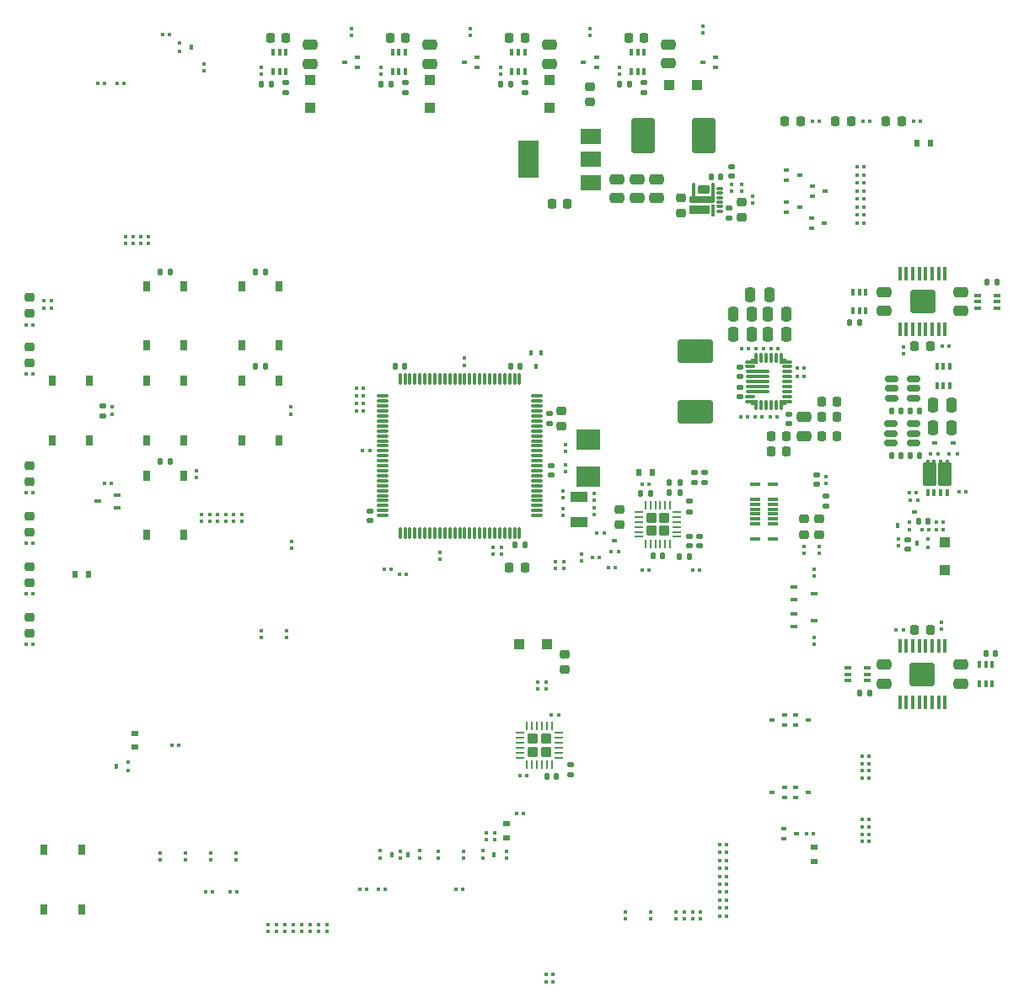
<source format=gtp>
G04 #@! TF.GenerationSoftware,KiCad,Pcbnew,6.0.2+dfsg-1*
G04 #@! TF.CreationDate,2023-02-12T19:45:13+01:00*
G04 #@! TF.ProjectId,RBCX,52424358-2e6b-4696-9361-645f70636258,rev?*
G04 #@! TF.SameCoordinates,Original*
G04 #@! TF.FileFunction,Paste,Top*
G04 #@! TF.FilePolarity,Positive*
%FSLAX46Y46*%
G04 Gerber Fmt 4.6, Leading zero omitted, Abs format (unit mm)*
G04 Created by KiCad (PCBNEW 6.0.2+dfsg-1) date 2023-02-12 19:45:13*
%MOMM*%
%LPD*%
G01*
G04 APERTURE LIST*
G04 Aperture macros list*
%AMRoundRect*
0 Rectangle with rounded corners*
0 $1 Rounding radius*
0 $2 $3 $4 $5 $6 $7 $8 $9 X,Y pos of 4 corners*
0 Add a 4 corners polygon primitive as box body*
4,1,4,$2,$3,$4,$5,$6,$7,$8,$9,$2,$3,0*
0 Add four circle primitives for the rounded corners*
1,1,$1+$1,$2,$3*
1,1,$1+$1,$4,$5*
1,1,$1+$1,$6,$7*
1,1,$1+$1,$8,$9*
0 Add four rect primitives between the rounded corners*
20,1,$1+$1,$2,$3,$4,$5,0*
20,1,$1+$1,$4,$5,$6,$7,0*
20,1,$1+$1,$6,$7,$8,$9,0*
20,1,$1+$1,$8,$9,$2,$3,0*%
G04 Aperture macros list end*
%ADD10RoundRect,0.135000X0.135000X0.185000X-0.135000X0.185000X-0.135000X-0.185000X0.135000X-0.185000X0*%
%ADD11RoundRect,0.250000X0.250000X0.475000X-0.250000X0.475000X-0.250000X-0.475000X0.250000X-0.475000X0*%
%ADD12R,0.510000X0.400000*%
%ADD13R,0.700000X0.450000*%
%ADD14RoundRect,0.225000X0.225000X0.250000X-0.225000X0.250000X-0.225000X-0.250000X0.225000X-0.250000X0*%
%ADD15RoundRect,0.079500X-0.079500X-0.100500X0.079500X-0.100500X0.079500X0.100500X-0.079500X0.100500X0*%
%ADD16RoundRect,0.079500X0.100500X-0.079500X0.100500X0.079500X-0.100500X0.079500X-0.100500X-0.079500X0*%
%ADD17RoundRect,0.135000X-0.135000X-0.185000X0.135000X-0.185000X0.135000X0.185000X-0.135000X0.185000X0*%
%ADD18RoundRect,0.008333X0.291667X-0.116667X0.291667X0.116667X-0.291667X0.116667X-0.291667X-0.116667X0*%
%ADD19RoundRect,0.008333X-0.291667X0.116667X-0.291667X-0.116667X0.291667X-0.116667X0.291667X0.116667X0*%
%ADD20RoundRect,0.007500X0.105000X-0.552500X0.105000X0.552500X-0.105000X0.552500X-0.105000X-0.552500X0*%
%ADD21RoundRect,0.029000X0.971000X-0.406000X0.971000X0.406000X-0.971000X0.406000X-0.971000X-0.406000X0*%
%ADD22RoundRect,0.007500X0.105000X-0.932500X0.105000X0.932500X-0.105000X0.932500X-0.105000X-0.932500X0*%
%ADD23RoundRect,0.018500X1.206500X-0.259000X1.206500X0.259000X-1.206500X0.259000X-1.206500X-0.259000X0*%
%ADD24RoundRect,0.008333X0.116667X-0.931667X0.116667X0.931667X-0.116667X0.931667X-0.116667X-0.931667X0*%
%ADD25RoundRect,0.025833X0.549167X-0.361667X0.549167X0.361667X-0.549167X0.361667X-0.549167X-0.361667X0*%
%ADD26RoundRect,0.079500X-0.100500X0.079500X-0.100500X-0.079500X0.100500X-0.079500X0.100500X0.079500X0*%
%ADD27RoundRect,0.079500X0.079500X0.100500X-0.079500X0.100500X-0.079500X-0.100500X0.079500X-0.100500X0*%
%ADD28RoundRect,0.140000X0.170000X-0.140000X0.170000X0.140000X-0.170000X0.140000X-0.170000X-0.140000X0*%
%ADD29R,0.450000X0.400000*%
%ADD30R,0.450000X0.500000*%
%ADD31RoundRect,0.140000X0.140000X0.170000X-0.140000X0.170000X-0.140000X-0.170000X0.140000X-0.170000X0*%
%ADD32RoundRect,0.140000X-0.140000X-0.170000X0.140000X-0.170000X0.140000X0.170000X-0.140000X0.170000X0*%
%ADD33RoundRect,0.135000X-0.185000X0.135000X-0.185000X-0.135000X0.185000X-0.135000X0.185000X0.135000X0*%
%ADD34RoundRect,0.075000X-0.300000X0.425000X-0.300000X-0.425000X0.300000X-0.425000X0.300000X0.425000X0*%
%ADD35RoundRect,0.135000X0.185000X-0.135000X0.185000X0.135000X-0.185000X0.135000X-0.185000X-0.135000X0*%
%ADD36RoundRect,0.031008X-0.168992X0.268992X-0.168992X-0.268992X0.168992X-0.268992X0.168992X0.268992X0*%
%ADD37RoundRect,0.050000X-0.595000X1.125000X-0.595000X-1.125000X0.595000X-1.125000X0.595000X1.125000X0*%
%ADD38RoundRect,0.225000X-0.250000X0.225000X-0.250000X-0.225000X0.250000X-0.225000X0.250000X0.225000X0*%
%ADD39R,0.400000X0.650000*%
%ADD40RoundRect,0.250000X0.475000X-0.250000X0.475000X0.250000X-0.475000X0.250000X-0.475000X-0.250000X0*%
%ADD41RoundRect,0.140000X-0.170000X0.140000X-0.170000X-0.140000X0.170000X-0.140000X0.170000X0.140000X0*%
%ADD42RoundRect,0.250000X-0.250000X-0.475000X0.250000X-0.475000X0.250000X0.475000X-0.250000X0.475000X0*%
%ADD43RoundRect,0.218750X0.256250X-0.218750X0.256250X0.218750X-0.256250X0.218750X-0.256250X-0.218750X0*%
%ADD44R,0.650000X0.400000*%
%ADD45RoundRect,0.225000X-0.225000X-0.250000X0.225000X-0.250000X0.225000X0.250000X-0.225000X0.250000X0*%
%ADD46R,2.000000X1.500000*%
%ADD47R,2.000000X3.800000*%
%ADD48R,0.700000X0.600000*%
%ADD49R,0.400000X0.450000*%
%ADD50R,0.500000X0.450000*%
%ADD51RoundRect,0.250000X-0.275000X-0.275000X0.275000X-0.275000X0.275000X0.275000X-0.275000X0.275000X0*%
%ADD52RoundRect,0.062500X-0.350000X-0.062500X0.350000X-0.062500X0.350000X0.062500X-0.350000X0.062500X0*%
%ADD53RoundRect,0.062500X-0.062500X-0.350000X0.062500X-0.350000X0.062500X0.350000X-0.062500X0.350000X0*%
%ADD54R,1.100000X1.100000*%
%ADD55RoundRect,0.218750X0.218750X0.256250X-0.218750X0.256250X-0.218750X-0.256250X0.218750X-0.256250X0*%
%ADD56R,1.800000X1.000000*%
%ADD57RoundRect,0.097500X-0.097500X0.587500X-0.097500X-0.587500X0.097500X-0.587500X0.097500X0.587500X0*%
%ADD58RoundRect,0.097500X0.097500X-0.587500X0.097500X0.587500X-0.097500X0.587500X-0.097500X-0.587500X0*%
%ADD59RoundRect,0.115500X1.114500X-1.039500X1.114500X1.039500X-1.114500X1.039500X-1.114500X-1.039500X0*%
%ADD60RoundRect,0.218750X-0.256250X0.218750X-0.256250X-0.218750X0.256250X-0.218750X0.256250X0.218750X0*%
%ADD61RoundRect,0.250000X-0.475000X0.250000X-0.475000X-0.250000X0.475000X-0.250000X0.475000X0.250000X0*%
%ADD62RoundRect,0.150000X0.512500X0.150000X-0.512500X0.150000X-0.512500X-0.150000X0.512500X-0.150000X0*%
%ADD63RoundRect,0.225000X0.250000X-0.225000X0.250000X0.225000X-0.250000X0.225000X-0.250000X-0.225000X0*%
%ADD64R,0.600000X0.700000*%
%ADD65RoundRect,0.115500X-1.114500X1.039500X-1.114500X-1.039500X1.114500X-1.039500X1.114500X1.039500X0*%
%ADD66RoundRect,0.010000X0.440000X0.140000X-0.440000X0.140000X-0.440000X-0.140000X0.440000X-0.140000X0*%
%ADD67RoundRect,0.200000X-0.975000X-1.550000X0.975000X-1.550000X0.975000X1.550000X-0.975000X1.550000X0*%
%ADD68RoundRect,0.150000X-0.512500X-0.150000X0.512500X-0.150000X0.512500X0.150000X-0.512500X0.150000X0*%
%ADD69R,0.400000X0.510000*%
%ADD70RoundRect,0.016404X0.433596X0.108596X-0.433596X0.108596X-0.433596X-0.108596X0.433596X-0.108596X0*%
%ADD71RoundRect,0.027887X-0.309613X-0.184613X0.309613X-0.184613X0.309613X0.184613X-0.309613X0.184613X0*%
%ADD72RoundRect,0.016404X-0.108596X0.433596X-0.108596X-0.433596X0.108596X-0.433596X0.108596X0.433596X0*%
%ADD73RoundRect,0.016404X1.133596X0.108596X-1.133596X0.108596X-1.133596X-0.108596X1.133596X-0.108596X0*%
%ADD74RoundRect,0.250000X-0.295000X-0.275000X0.295000X-0.275000X0.295000X0.275000X-0.295000X0.275000X0*%
%ADD75RoundRect,0.062500X-0.337500X-0.062500X0.337500X-0.062500X0.337500X0.062500X-0.337500X0.062500X0*%
%ADD76RoundRect,0.062500X-0.062500X-0.337500X0.062500X-0.337500X0.062500X0.337500X-0.062500X0.337500X0*%
%ADD77RoundRect,0.200000X-1.550000X0.975000X-1.550000X-0.975000X1.550000X-0.975000X1.550000X0.975000X0*%
%ADD78RoundRect,0.079500X-0.520500X-0.070500X0.520500X-0.070500X0.520500X0.070500X-0.520500X0.070500X0*%
%ADD79RoundRect,0.079500X0.070500X-0.520500X0.070500X0.520500X-0.070500X0.520500X-0.070500X-0.520500X0*%
%ADD80RoundRect,0.079500X0.520500X0.070500X-0.520500X0.070500X-0.520500X-0.070500X0.520500X-0.070500X0*%
%ADD81RoundRect,0.079500X-0.070500X0.520500X-0.070500X-0.520500X0.070500X-0.520500X0.070500X0.520500X0*%
%ADD82RoundRect,0.075000X0.300000X-0.425000X0.300000X0.425000X-0.300000X0.425000X-0.300000X-0.425000X0*%
%ADD83R,2.400000X2.000000*%
G04 APERTURE END LIST*
D10*
G04 #@! TO.C,C14*
X120485000Y-73450000D03*
X119465000Y-73450000D03*
G04 #@! TD*
D11*
G04 #@! TO.C,C70*
X172835000Y-77715000D03*
X170935000Y-77715000D03*
G04 #@! TD*
D12*
G04 #@! TO.C,D11*
X173755000Y-125300000D03*
X173755000Y-126300000D03*
X175045000Y-125800000D03*
G04 #@! TD*
D13*
G04 #@! TO.C,U3*
X105625000Y-97145000D03*
X105625000Y-95845000D03*
X103625000Y-96495000D03*
G04 #@! TD*
D14*
G04 #@! TO.C,C52*
X122550000Y-49900000D03*
X121000000Y-49900000D03*
G04 #@! TD*
D15*
G04 #@! TO.C,R130*
X166830000Y-133400000D03*
X166140000Y-133400000D03*
G04 #@! TD*
D16*
G04 #@! TO.C,R80*
X149640000Y-102555000D03*
X149640000Y-103245000D03*
G04 #@! TD*
D17*
G04 #@! TO.C,C55*
X132090000Y-54550000D03*
X133110000Y-54550000D03*
G04 #@! TD*
D18*
G04 #@! TO.C,U1*
X166100000Y-65075000D03*
X166100000Y-65525000D03*
X166100000Y-65975000D03*
X166100000Y-66425000D03*
D19*
X166100000Y-66875000D03*
D18*
X166100000Y-67325000D03*
D20*
X165437500Y-67290000D03*
D21*
X164100000Y-67165000D03*
D22*
X165437500Y-65490000D03*
D23*
X164325000Y-66152500D03*
D24*
X163500000Y-65490000D03*
D25*
X164500000Y-65187500D03*
G04 #@! TD*
D26*
G04 #@! TO.C,R22*
X161725000Y-138445000D03*
X161725000Y-137755000D03*
G04 #@! TD*
D27*
G04 #@! TO.C,R106*
X181095000Y-129965000D03*
X180405000Y-129965000D03*
G04 #@! TD*
D28*
G04 #@! TO.C,C46*
X146550000Y-55390000D03*
X146550000Y-54430000D03*
G04 #@! TD*
G04 #@! TO.C,C15*
X149180000Y-93885000D03*
X149180000Y-92925000D03*
G04 #@! TD*
D14*
G04 #@! TO.C,C56*
X134550000Y-49900000D03*
X133000000Y-49900000D03*
G04 #@! TD*
D15*
G04 #@! TO.C,R165*
X187915000Y-98580000D03*
X188605000Y-98580000D03*
G04 #@! TD*
D29*
G04 #@! TO.C,Q3*
X142330000Y-131595000D03*
X142330000Y-132395000D03*
D30*
X143480000Y-131995000D03*
G04 #@! TD*
D31*
G04 #@! TO.C,C23*
X149710000Y-124160000D03*
X148750000Y-124160000D03*
G04 #@! TD*
D32*
G04 #@! TO.C,C35*
X179190000Y-78540000D03*
X180150000Y-78540000D03*
G04 #@! TD*
D26*
G04 #@! TO.C,R171*
X184095000Y-100300000D03*
X184095000Y-100990000D03*
G04 #@! TD*
D27*
G04 #@! TO.C,R48*
X154915000Y-103195000D03*
X155605000Y-103195000D03*
G04 #@! TD*
D26*
G04 #@! TO.C,C27*
X150625000Y-92855000D03*
X150625000Y-93545000D03*
G04 #@! TD*
D33*
G04 #@! TO.C,R146*
X163565000Y-93565000D03*
X163565000Y-94585000D03*
G04 #@! TD*
D34*
G04 #@! TO.C,SW11*
X102004450Y-137521950D03*
X102004450Y-131521950D03*
X98254450Y-131521950D03*
X98254450Y-137521950D03*
G04 #@! TD*
D35*
G04 #@! TO.C,R155*
X176780000Y-97020000D03*
X176780000Y-96000000D03*
G04 #@! TD*
D12*
G04 #@! TO.C,D12*
X172645000Y-119000000D03*
X172645000Y-118000000D03*
X171355000Y-118500000D03*
G04 #@! TD*
D36*
G04 #@! TO.C,Q12*
X187025000Y-95625000D03*
X187675000Y-95625000D03*
X187675000Y-92675000D03*
X187025000Y-92675000D03*
D37*
X187230000Y-93800000D03*
D36*
X188325000Y-95625000D03*
X188975000Y-95625000D03*
X188975000Y-92675000D03*
X188325000Y-92675000D03*
D37*
X188770000Y-93800000D03*
G04 #@! TD*
D27*
G04 #@! TO.C,R94*
X180645000Y-66900000D03*
X179955000Y-66900000D03*
G04 #@! TD*
D38*
G04 #@! TO.C,C77*
X156080000Y-97285000D03*
X156080000Y-98835000D03*
G04 #@! TD*
D39*
G04 #@! TO.C,Q13*
X189250000Y-82950000D03*
X188600000Y-82950000D03*
X187950000Y-82950000D03*
X187950000Y-84850000D03*
X188600000Y-84850000D03*
X189250000Y-84850000D03*
G04 #@! TD*
D27*
G04 #@! TO.C,R13*
X96435000Y-83730000D03*
X97125000Y-83730000D03*
G04 #@! TD*
G04 #@! TO.C,R61*
X97125000Y-100733000D03*
X96435000Y-100733000D03*
G04 #@! TD*
G04 #@! TO.C,R76*
X153330000Y-102110000D03*
X154020000Y-102110000D03*
G04 #@! TD*
D28*
G04 #@! TO.C,R152*
X163100000Y-100980000D03*
X163100000Y-100020000D03*
G04 #@! TD*
D15*
G04 #@! TO.C,R100*
X180400000Y-122095000D03*
X181090000Y-122095000D03*
G04 #@! TD*
D27*
G04 #@! TO.C,R92*
X179955000Y-63700000D03*
X180645000Y-63700000D03*
G04 #@! TD*
G04 #@! TO.C,R41*
X110185000Y-49535000D03*
X110875000Y-49535000D03*
G04 #@! TD*
D26*
G04 #@! TO.C,R112*
X164400000Y-49380000D03*
X164400000Y-48690000D03*
G04 #@! TD*
D16*
G04 #@! TO.C,R9*
X168300000Y-64655000D03*
X168300000Y-65345000D03*
G04 #@! TD*
G04 #@! TO.C,R99*
X175595000Y-110210000D03*
X175595000Y-110900000D03*
G04 #@! TD*
D35*
G04 #@! TO.C,R145*
X164575000Y-94580000D03*
X164575000Y-93560000D03*
G04 #@! TD*
D27*
G04 #@! TO.C,R58*
X96435000Y-95650000D03*
X97125000Y-95650000D03*
G04 #@! TD*
G04 #@! TO.C,R101*
X181095000Y-124360000D03*
X180405000Y-124360000D03*
G04 #@! TD*
D26*
G04 #@! TO.C,R35*
X143500000Y-130545000D03*
X143500000Y-129855000D03*
G04 #@! TD*
D40*
G04 #@! TO.C,R96*
X190340000Y-77380000D03*
X190340000Y-75480000D03*
G04 #@! TD*
D27*
G04 #@! TO.C,R29*
X131855000Y-135500000D03*
X132545000Y-135500000D03*
G04 #@! TD*
D15*
G04 #@! TO.C,R88*
X180645000Y-62900000D03*
X179955000Y-62900000D03*
G04 #@! TD*
D27*
G04 #@! TO.C,R95*
X180645000Y-67700000D03*
X179955000Y-67700000D03*
G04 #@! TD*
D15*
G04 #@! TO.C,R131*
X166140000Y-132600000D03*
X166830000Y-132600000D03*
G04 #@! TD*
D32*
G04 #@! TO.C,C39*
X180200000Y-115810000D03*
X181160000Y-115810000D03*
G04 #@! TD*
D31*
G04 #@! TO.C,R161*
X184320000Y-87425000D03*
X183360000Y-87425000D03*
G04 #@! TD*
G04 #@! TO.C,C19*
X146105000Y-82940000D03*
X145145000Y-82940000D03*
G04 #@! TD*
D41*
G04 #@! TO.C,C67*
X168130000Y-82975000D03*
X168130000Y-83935000D03*
G04 #@! TD*
D42*
G04 #@! TO.C,C69*
X167465000Y-77720000D03*
X169365000Y-77720000D03*
G04 #@! TD*
D43*
G04 #@! TO.C,D43*
X176105000Y-99852000D03*
X176105000Y-98277000D03*
G04 #@! TD*
D33*
G04 #@! TO.C,C11*
X104150000Y-86865000D03*
X104150000Y-87885000D03*
G04 #@! TD*
D44*
G04 #@! TO.C,U6*
X193970000Y-77080000D03*
X193970000Y-76430000D03*
X193970000Y-75780000D03*
X192070000Y-75780000D03*
X192070000Y-76430000D03*
X192070000Y-77080000D03*
G04 #@! TD*
D45*
G04 #@! TO.C,C60*
X176365000Y-86515000D03*
X177915000Y-86515000D03*
G04 #@! TD*
D14*
G04 #@! TO.C,C48*
X146550000Y-49900000D03*
X145000000Y-49900000D03*
G04 #@! TD*
D29*
G04 #@! TO.C,Q11*
X187080000Y-101105000D03*
X187080000Y-100305000D03*
D30*
X185930000Y-100705000D03*
G04 #@! TD*
D46*
G04 #@! TO.C,U2*
X153215000Y-64430000D03*
D47*
X146915000Y-62130000D03*
D46*
X153215000Y-62130000D03*
X153215000Y-59830000D03*
G04 #@! TD*
D15*
G04 #@! TO.C,R102*
X181095000Y-130720000D03*
X180405000Y-130720000D03*
G04 #@! TD*
G04 #@! TO.C,R3*
X130335000Y-85910000D03*
X129645000Y-85910000D03*
G04 #@! TD*
D27*
G04 #@! TO.C,R148*
X169040000Y-81145000D03*
X168350000Y-81145000D03*
G04 #@! TD*
D34*
G04 #@! TO.C,SW9*
X121848200Y-74848200D03*
X121848200Y-80848200D03*
X118098200Y-80848200D03*
X118098200Y-74848200D03*
G04 #@! TD*
D17*
G04 #@! TO.C,C43*
X156090000Y-54550000D03*
X157110000Y-54550000D03*
G04 #@! TD*
D27*
G04 #@! TO.C,R42*
X166140000Y-137395000D03*
X166830000Y-137395000D03*
G04 #@! TD*
D41*
G04 #@! TO.C,C3*
X167350000Y-62870000D03*
X167350000Y-63830000D03*
G04 #@! TD*
D26*
G04 #@! TO.C,R62*
X138015000Y-102305000D03*
X138015000Y-101615000D03*
G04 #@! TD*
D15*
G04 #@! TO.C,C38*
X183865000Y-109400000D03*
X184555000Y-109400000D03*
G04 #@! TD*
D16*
G04 #@! TO.C,R10*
X167350000Y-65345000D03*
X167350000Y-64655000D03*
G04 #@! TD*
D32*
G04 #@! TO.C,C83*
X183360000Y-91935000D03*
X184320000Y-91935000D03*
G04 #@! TD*
D26*
G04 #@! TO.C,R25*
X124985000Y-139055000D03*
X124985000Y-139745000D03*
G04 #@! TD*
G04 #@! TO.C,R119*
X132090000Y-52875000D03*
X132090000Y-53565000D03*
G04 #@! TD*
D48*
G04 #@! TO.C,D9*
X175650000Y-131307500D03*
X175650000Y-132707500D03*
G04 #@! TD*
D16*
G04 #@! TO.C,R170*
X150405000Y-95450000D03*
X150405000Y-96140000D03*
G04 #@! TD*
D49*
G04 #@! TO.C,Q9*
X187285000Y-91740000D03*
X188085000Y-91740000D03*
D50*
X187685000Y-90590000D03*
G04 #@! TD*
D49*
G04 #@! TO.C,Q7*
X186050000Y-96395000D03*
X185250000Y-96395000D03*
D50*
X185650000Y-97545000D03*
G04 #@! TD*
D26*
G04 #@! TO.C,R38*
X144710000Y-132355000D03*
X144710000Y-131665000D03*
G04 #@! TD*
D42*
G04 #@! TO.C,R150*
X169200000Y-75700000D03*
X171100000Y-75700000D03*
G04 #@! TD*
D28*
G04 #@! TO.C,C73*
X175905000Y-94805000D03*
X175905000Y-93845000D03*
G04 #@! TD*
D27*
G04 #@! TO.C,R104*
X180405000Y-122850000D03*
X181095000Y-122850000D03*
G04 #@! TD*
D26*
G04 #@! TO.C,R34*
X122430000Y-139055000D03*
X122430000Y-139745000D03*
G04 #@! TD*
G04 #@! TO.C,R27*
X126675000Y-139745000D03*
X126675000Y-139055000D03*
G04 #@! TD*
D51*
G04 #@! TO.C,U22*
X160560000Y-99465000D03*
X160560000Y-98165000D03*
X159260000Y-99465000D03*
X159260000Y-98165000D03*
D52*
X157972500Y-97565000D03*
X157972500Y-98065000D03*
X157972500Y-98565000D03*
X157972500Y-99065000D03*
X157972500Y-99565000D03*
X157972500Y-100065000D03*
D53*
X158660000Y-100752500D03*
X159160000Y-100752500D03*
X159660000Y-100752500D03*
X160160000Y-100752500D03*
X160660000Y-100752500D03*
X161160000Y-100752500D03*
D52*
X161847500Y-100065000D03*
X161847500Y-99565000D03*
X161847500Y-99065000D03*
X161847500Y-98565000D03*
X161847500Y-98065000D03*
X161847500Y-97565000D03*
D53*
X161160000Y-96877500D03*
X160660000Y-96877500D03*
X160160000Y-96877500D03*
X159660000Y-96877500D03*
X159160000Y-96877500D03*
X158660000Y-96877500D03*
G04 #@! TD*
D39*
G04 #@! TO.C,U16*
X121250000Y-53280000D03*
X121900000Y-53280000D03*
X122550000Y-53280000D03*
X122550000Y-51380000D03*
X121900000Y-51380000D03*
X121250000Y-51380000D03*
G04 #@! TD*
D16*
G04 #@! TO.C,R70*
X108755000Y-70570000D03*
X108755000Y-69880000D03*
G04 #@! TD*
D26*
G04 #@! TO.C,R169*
X150405000Y-97945000D03*
X150405000Y-97255000D03*
G04 #@! TD*
D54*
G04 #@! TO.C,D22*
X148787500Y-110870000D03*
X145987500Y-110870000D03*
G04 #@! TD*
D15*
G04 #@! TO.C,R30*
X145755000Y-127900000D03*
X146445000Y-127900000D03*
G04 #@! TD*
D12*
G04 #@! TO.C,D17*
X153745000Y-52865000D03*
X153745000Y-51865000D03*
X152455000Y-52365000D03*
G04 #@! TD*
D39*
G04 #@! TO.C,U15*
X145250000Y-53280000D03*
X145900000Y-53280000D03*
X146550000Y-53280000D03*
X146550000Y-51380000D03*
X145900000Y-51380000D03*
X145250000Y-51380000D03*
G04 #@! TD*
D27*
G04 #@! TO.C,R89*
X179955000Y-65300000D03*
X180645000Y-65300000D03*
G04 #@! TD*
D16*
G04 #@! TO.C,R82*
X147800000Y-114655000D03*
X147800000Y-115345000D03*
G04 #@! TD*
D43*
G04 #@! TO.C,D31*
X96800000Y-77597500D03*
X96800000Y-76022500D03*
G04 #@! TD*
D48*
G04 #@! TO.C,D3*
X107400000Y-119800000D03*
X107400000Y-121200000D03*
G04 #@! TD*
D27*
G04 #@! TO.C,R164*
X190890000Y-95535000D03*
X190200000Y-95535000D03*
G04 #@! TD*
D55*
G04 #@! TO.C,D29*
X174257500Y-58250000D03*
X172682500Y-58250000D03*
G04 #@! TD*
D26*
G04 #@! TO.C,R69*
X113575000Y-93445000D03*
X113575000Y-94135000D03*
G04 #@! TD*
G04 #@! TO.C,R156*
X176780000Y-93980000D03*
X176780000Y-94670000D03*
G04 #@! TD*
D16*
G04 #@! TO.C,R73*
X107975000Y-70565000D03*
X107975000Y-69875000D03*
G04 #@! TD*
D34*
G04 #@! TO.C,SW8*
X112323200Y-93898200D03*
X112323200Y-99898200D03*
X108573200Y-93898200D03*
X108573200Y-99898200D03*
G04 #@! TD*
D39*
G04 #@! TO.C,U17*
X133250000Y-53280000D03*
X133900000Y-53280000D03*
X134550000Y-53280000D03*
X134550000Y-51380000D03*
X133900000Y-51380000D03*
X133250000Y-51380000D03*
G04 #@! TD*
D31*
G04 #@! TO.C,C84*
X186235000Y-87425000D03*
X185275000Y-87425000D03*
G04 #@! TD*
D26*
G04 #@! TO.C,R24*
X124135000Y-139745000D03*
X124135000Y-139055000D03*
G04 #@! TD*
D16*
G04 #@! TO.C,R136*
X112425000Y-131870000D03*
X112425000Y-132560000D03*
G04 #@! TD*
D56*
G04 #@! TO.C,Y2*
X151990000Y-96080000D03*
X151990000Y-98580000D03*
G04 #@! TD*
D57*
G04 #@! TO.C,IC4*
X184214450Y-116704450D03*
X184864450Y-116704450D03*
X185514450Y-116704450D03*
X186164450Y-116704450D03*
X186814450Y-116704450D03*
X187464450Y-116704450D03*
X188114450Y-116704450D03*
X188764450Y-116704450D03*
D58*
X188764450Y-111064450D03*
X188114450Y-111064450D03*
X187464450Y-111064450D03*
X186814450Y-111064450D03*
X186164450Y-111064450D03*
X185514450Y-111064450D03*
X184864450Y-111064450D03*
X184214450Y-111064450D03*
D59*
X186489450Y-113884450D03*
G04 #@! TD*
D29*
G04 #@! TO.C,Q5*
X106670000Y-123525000D03*
X106670000Y-122725000D03*
D30*
X105520000Y-123125000D03*
G04 #@! TD*
D12*
G04 #@! TO.C,D6*
X175410000Y-64800000D03*
X175410000Y-65800000D03*
X176700000Y-65300000D03*
G04 #@! TD*
D29*
G04 #@! TO.C,Q4*
X111890000Y-50420000D03*
X111890000Y-51220000D03*
D30*
X113040000Y-50820000D03*
G04 #@! TD*
D12*
G04 #@! TO.C,D19*
X129745000Y-52865000D03*
X129745000Y-51865000D03*
X128455000Y-52365000D03*
G04 #@! TD*
D32*
G04 #@! TO.C,C81*
X159430000Y-101965000D03*
X160390000Y-101965000D03*
G04 #@! TD*
D54*
G04 #@! TO.C,D16*
X149000000Y-54170000D03*
X149000000Y-56970000D03*
G04 #@! TD*
D60*
G04 #@! TO.C,D36*
X96795000Y-98017500D03*
X96795000Y-99592500D03*
G04 #@! TD*
D26*
G04 #@! TO.C,R113*
X144090000Y-52875000D03*
X144090000Y-53565000D03*
G04 #@! TD*
D15*
G04 #@! TO.C,R126*
X166140000Y-135000000D03*
X166830000Y-135000000D03*
G04 #@! TD*
G04 #@! TO.C,R6*
X130335000Y-86665000D03*
X129645000Y-86665000D03*
G04 #@! TD*
G04 #@! TO.C,R151*
X173920000Y-83090000D03*
X174610000Y-83090000D03*
G04 #@! TD*
D16*
G04 #@! TO.C,C37*
X188370000Y-109355000D03*
X188370000Y-108665000D03*
G04 #@! TD*
D26*
G04 #@! TO.C,R39*
X125835000Y-139745000D03*
X125835000Y-139055000D03*
G04 #@! TD*
D17*
G04 #@! TO.C,C51*
X120090000Y-54550000D03*
X121110000Y-54550000D03*
G04 #@! TD*
D43*
G04 #@! TO.C,D41*
X174595000Y-99852500D03*
X174595000Y-98277500D03*
G04 #@! TD*
D15*
G04 #@! TO.C,R149*
X171955000Y-81150000D03*
X171265000Y-81150000D03*
G04 #@! TD*
D61*
G04 #@! TO.C,C5*
X155800000Y-64100000D03*
X155800000Y-66000000D03*
G04 #@! TD*
D27*
G04 #@! TO.C,R65*
X96435000Y-105816000D03*
X97125000Y-105816000D03*
G04 #@! TD*
D49*
G04 #@! TO.C,Q10*
X189185000Y-91740000D03*
X189985000Y-91740000D03*
D50*
X189585000Y-90590000D03*
G04 #@! TD*
D62*
G04 #@! TO.C,U19*
X185642500Y-86105000D03*
X185642500Y-85155000D03*
X185642500Y-84205000D03*
X183367500Y-84205000D03*
X183367500Y-85155000D03*
X183367500Y-86105000D03*
G04 #@! TD*
D28*
G04 #@! TO.C,C59*
X168130000Y-85965000D03*
X168130000Y-85005000D03*
G04 #@! TD*
D26*
G04 #@! TO.C,R54*
X114100000Y-98540000D03*
X114100000Y-97850000D03*
G04 #@! TD*
D15*
G04 #@! TO.C,R77*
X153800000Y-99695000D03*
X154490000Y-99695000D03*
G04 #@! TD*
D27*
G04 #@! TO.C,R79*
X130960000Y-91425000D03*
X130270000Y-91425000D03*
G04 #@! TD*
D16*
G04 #@! TO.C,R31*
X142700000Y-129855000D03*
X142700000Y-130545000D03*
G04 #@! TD*
D42*
G04 #@! TO.C,C68*
X167465000Y-79745000D03*
X169365000Y-79745000D03*
G04 #@! TD*
D17*
G04 #@! TO.C,C47*
X144090000Y-54550000D03*
X145110000Y-54550000D03*
G04 #@! TD*
D27*
G04 #@! TO.C,R142*
X174870000Y-129890000D03*
X175560000Y-129890000D03*
G04 #@! TD*
D35*
G04 #@! TO.C,R177*
X163060000Y-97535000D03*
X163060000Y-96515000D03*
G04 #@! TD*
D44*
G04 #@! TO.C,U12*
X179040000Y-113230000D03*
X179040000Y-113880000D03*
X179040000Y-114530000D03*
X180940000Y-114530000D03*
X180940000Y-113880000D03*
X180940000Y-113230000D03*
G04 #@! TD*
D26*
G04 #@! TO.C,R125*
X98200000Y-76355000D03*
X98200000Y-77045000D03*
G04 #@! TD*
D38*
G04 #@! TO.C,C57*
X150520000Y-111895000D03*
X150520000Y-113445000D03*
G04 #@! TD*
D41*
G04 #@! TO.C,C72*
X173050000Y-87755000D03*
X173050000Y-88715000D03*
G04 #@! TD*
D16*
G04 #@! TO.C,R141*
X137825000Y-132355000D03*
X137825000Y-131665000D03*
G04 #@! TD*
D61*
G04 #@! TO.C,R120*
X137000000Y-50605000D03*
X137000000Y-52505000D03*
G04 #@! TD*
D63*
G04 #@! TO.C,C8*
X153100000Y-56365000D03*
X153100000Y-54815000D03*
G04 #@! TD*
D64*
G04 #@! TO.C,D4*
X185900000Y-60500000D03*
X187300000Y-60500000D03*
G04 #@! TD*
D45*
G04 #@! TO.C,C36*
X185715000Y-109400000D03*
X187265000Y-109400000D03*
G04 #@! TD*
D31*
G04 #@! TO.C,C40*
X193830000Y-111760000D03*
X192870000Y-111760000D03*
G04 #@! TD*
D26*
G04 #@! TO.C,R53*
X152215000Y-101800000D03*
X152215000Y-102490000D03*
G04 #@! TD*
D12*
G04 #@! TO.C,D23*
X172575000Y-129390000D03*
X172575000Y-130390000D03*
X173865000Y-129890000D03*
G04 #@! TD*
D54*
G04 #@! TO.C,D20*
X137000000Y-54170000D03*
X137000000Y-56970000D03*
G04 #@! TD*
D58*
G04 #@! TO.C,IC3*
X188775000Y-73599450D03*
X188125000Y-73599450D03*
X187475000Y-73599450D03*
X186825000Y-73599450D03*
X186175000Y-73599450D03*
X185525000Y-73599450D03*
X184875000Y-73599450D03*
X184225000Y-73599450D03*
D57*
X184225000Y-79239450D03*
X184875000Y-79239450D03*
X185525000Y-79239450D03*
X186175000Y-79239450D03*
X186825000Y-79239450D03*
X187475000Y-79239450D03*
X188125000Y-79239450D03*
X188775000Y-79239450D03*
D65*
X186500000Y-76419450D03*
G04 #@! TD*
D66*
G04 #@! TO.C,U21*
X169680000Y-100280000D03*
X169680000Y-98780000D03*
X169680000Y-98280000D03*
X169680000Y-97780000D03*
X169680000Y-97280000D03*
X169680000Y-96780000D03*
X169680000Y-96280000D03*
X169680000Y-94780000D03*
X171480000Y-94780000D03*
X171480000Y-96280000D03*
X171480000Y-96780000D03*
X171480000Y-97280000D03*
X171480000Y-97780000D03*
X171480000Y-98280000D03*
X171480000Y-98780000D03*
X171480000Y-100280000D03*
G04 #@! TD*
D12*
G04 #@! TO.C,D7*
X172855000Y-66400000D03*
X172855000Y-67400000D03*
X174145000Y-66900000D03*
G04 #@! TD*
D61*
G04 #@! TO.C,R109*
X190340000Y-112940000D03*
X190340000Y-114840000D03*
G04 #@! TD*
D27*
G04 #@! TO.C,C24*
X149230000Y-117970000D03*
X149920000Y-117970000D03*
G04 #@! TD*
D28*
G04 #@! TO.C,C22*
X151150000Y-123950000D03*
X151150000Y-122990000D03*
G04 #@! TD*
D15*
G04 #@! TO.C,R1*
X129645000Y-85150000D03*
X130335000Y-85150000D03*
G04 #@! TD*
G04 #@! TO.C,R168*
X185850000Y-95630000D03*
X185160000Y-95630000D03*
G04 #@! TD*
D26*
G04 #@! TO.C,R118*
X129100000Y-48985000D03*
X129100000Y-49675000D03*
G04 #@! TD*
D16*
G04 #@! TO.C,C28*
X153550000Y-97850000D03*
X153550000Y-97160000D03*
G04 #@! TD*
D55*
G04 #@! TO.C,D47*
X179337500Y-58250000D03*
X177762500Y-58250000D03*
G04 #@! TD*
D60*
G04 #@! TO.C,D40*
X96795000Y-108172500D03*
X96795000Y-109747500D03*
G04 #@! TD*
D26*
G04 #@! TO.C,R84*
X123145000Y-101250000D03*
X123145000Y-100560000D03*
G04 #@! TD*
D17*
G04 #@! TO.C,C80*
X161090000Y-95660000D03*
X162110000Y-95660000D03*
G04 #@! TD*
D31*
G04 #@! TO.C,C75*
X187040000Y-98470000D03*
X186080000Y-98470000D03*
G04 #@! TD*
D27*
G04 #@! TO.C,R91*
X179955000Y-68500000D03*
X180645000Y-68500000D03*
G04 #@! TD*
D15*
G04 #@! TO.C,R134*
X115140000Y-135740000D03*
X114450000Y-135740000D03*
G04 #@! TD*
G04 #@! TO.C,R19*
X130645000Y-135500000D03*
X129955000Y-135500000D03*
G04 #@! TD*
D26*
G04 #@! TO.C,R20*
X156650000Y-138445000D03*
X156650000Y-137755000D03*
G04 #@! TD*
D12*
G04 #@! TO.C,D13*
X172645000Y-126300000D03*
X172645000Y-125300000D03*
X171355000Y-125800000D03*
G04 #@! TD*
D67*
G04 #@! TO.C,L1*
X164500000Y-59700000D03*
X158450000Y-59700000D03*
G04 #@! TD*
D16*
G04 #@! TO.C,R28*
X134000000Y-132345000D03*
X134000000Y-131655000D03*
G04 #@! TD*
D15*
G04 #@! TO.C,R166*
X186410000Y-99355000D03*
X187100000Y-99355000D03*
G04 #@! TD*
G04 #@! TO.C,R135*
X117645000Y-135735000D03*
X116955000Y-135735000D03*
G04 #@! TD*
D26*
G04 #@! TO.C,R129*
X121580000Y-139055000D03*
X121580000Y-139745000D03*
G04 #@! TD*
D63*
G04 #@! TO.C,C2*
X162200000Y-67550000D03*
X162200000Y-66000000D03*
G04 #@! TD*
D12*
G04 #@! TO.C,D15*
X165745000Y-52865000D03*
X165745000Y-51865000D03*
X164455000Y-52365000D03*
G04 #@! TD*
D14*
G04 #@! TO.C,C44*
X158550000Y-49900000D03*
X157000000Y-49900000D03*
G04 #@! TD*
D61*
G04 #@! TO.C,R108*
X182660000Y-112940000D03*
X182660000Y-114840000D03*
G04 #@! TD*
D15*
G04 #@! TO.C,R5*
X130335000Y-87425000D03*
X129645000Y-87425000D03*
G04 #@! TD*
D16*
G04 #@! TO.C,R72*
X107215000Y-69875000D03*
X107215000Y-70565000D03*
G04 #@! TD*
D40*
G04 #@! TO.C,R97*
X182660000Y-77370000D03*
X182660000Y-75470000D03*
G04 #@! TD*
D39*
G04 #@! TO.C,U13*
X193510000Y-112940000D03*
X192860000Y-112940000D03*
X192210000Y-112940000D03*
X192210000Y-114840000D03*
X192860000Y-114840000D03*
X193510000Y-114840000D03*
G04 #@! TD*
D16*
G04 #@! TO.C,R153*
X176105000Y-101044500D03*
X176105000Y-101734500D03*
G04 #@! TD*
G04 #@! TO.C,R4*
X117505000Y-131875000D03*
X117505000Y-132565000D03*
G04 #@! TD*
D10*
G04 #@! TO.C,C12*
X110950000Y-73450000D03*
X109930000Y-73450000D03*
G04 #@! TD*
D12*
G04 #@! TO.C,D8*
X175355000Y-68000000D03*
X175355000Y-69000000D03*
X176645000Y-68500000D03*
G04 #@! TD*
D13*
G04 #@! TO.C,U10*
X173595000Y-107805000D03*
X173595000Y-109105000D03*
X175595000Y-108455000D03*
G04 #@! TD*
D34*
G04 #@! TO.C,SW6*
X112323200Y-74848200D03*
X112323200Y-80848200D03*
X108573200Y-74848200D03*
X108573200Y-80848200D03*
G04 #@! TD*
D15*
G04 #@! TO.C,R46*
X132445000Y-103295000D03*
X133135000Y-103295000D03*
G04 #@! TD*
D14*
G04 #@! TO.C,C31*
X187275000Y-80900000D03*
X185725000Y-80900000D03*
G04 #@! TD*
D42*
G04 #@! TO.C,R167*
X187535000Y-86785000D03*
X189435000Y-86785000D03*
G04 #@! TD*
D34*
G04 #@! TO.C,SW2*
X121848200Y-90373200D03*
X121848200Y-84373200D03*
X118098200Y-90373200D03*
X118098200Y-84373200D03*
G04 #@! TD*
D15*
G04 #@! TO.C,R133*
X166830000Y-131000000D03*
X166140000Y-131000000D03*
G04 #@! TD*
D26*
G04 #@! TO.C,R40*
X162600000Y-137755000D03*
X162600000Y-138445000D03*
G04 #@! TD*
D68*
G04 #@! TO.C,U20*
X183357500Y-88725000D03*
X183357500Y-89675000D03*
X183357500Y-90625000D03*
X185632500Y-90625000D03*
X185632500Y-89675000D03*
X185632500Y-88725000D03*
G04 #@! TD*
D48*
G04 #@! TO.C,D1*
X144710000Y-130305000D03*
X144710000Y-128905000D03*
G04 #@! TD*
D16*
G04 #@! TO.C,R2*
X109885000Y-131870000D03*
X109885000Y-132560000D03*
G04 #@! TD*
D38*
G04 #@! TO.C,C26*
X150255000Y-87400000D03*
X150255000Y-88950000D03*
G04 #@! TD*
D27*
G04 #@! TO.C,R163*
X188605000Y-99360000D03*
X187915000Y-99360000D03*
G04 #@! TD*
D15*
G04 #@! TO.C,R144*
X168895000Y-88005000D03*
X168205000Y-88005000D03*
G04 #@! TD*
D31*
G04 #@! TO.C,C18*
X134455000Y-82940000D03*
X133495000Y-82940000D03*
G04 #@! TD*
D27*
G04 #@! TO.C,R105*
X180405000Y-123605000D03*
X181095000Y-123605000D03*
G04 #@! TD*
G04 #@! TO.C,R103*
X181090000Y-128455000D03*
X180400000Y-128455000D03*
G04 #@! TD*
D16*
G04 #@! TO.C,R57*
X123055000Y-87720000D03*
X123055000Y-87030000D03*
G04 #@! TD*
D26*
G04 #@! TO.C,C30*
X153550000Y-95690000D03*
X153550000Y-96380000D03*
G04 #@! TD*
D27*
G04 #@! TO.C,R16*
X97125000Y-78740000D03*
X96435000Y-78740000D03*
G04 #@! TD*
D69*
G04 #@! TO.C,D24*
X148155000Y-81605000D03*
X147155000Y-81605000D03*
X147655000Y-82895000D03*
G04 #@! TD*
D27*
G04 #@! TO.C,R52*
X159050000Y-103405000D03*
X158360000Y-103405000D03*
G04 #@! TD*
G04 #@! TO.C,C33*
X188455000Y-80900000D03*
X189145000Y-80900000D03*
G04 #@! TD*
D60*
G04 #@! TO.C,D34*
X96795000Y-92932500D03*
X96795000Y-94507500D03*
G04 #@! TD*
D61*
G04 #@! TO.C,R111*
X161000000Y-50575000D03*
X161000000Y-52475000D03*
G04 #@! TD*
D29*
G04 #@! TO.C,Q1*
X132025000Y-131610000D03*
X132025000Y-132410000D03*
D30*
X133175000Y-132010000D03*
G04 #@! TD*
D15*
G04 #@! TO.C,C66*
X169805000Y-81150000D03*
X170495000Y-81150000D03*
G04 #@! TD*
D26*
G04 #@! TO.C,R49*
X116495000Y-98540000D03*
X116495000Y-97850000D03*
G04 #@! TD*
D14*
G04 #@! TO.C,C62*
X172815000Y-91510000D03*
X171265000Y-91510000D03*
G04 #@! TD*
D16*
G04 #@! TO.C,R60*
X105070000Y-87720000D03*
X105070000Y-87030000D03*
G04 #@! TD*
D26*
G04 #@! TO.C,R33*
X163400000Y-138445000D03*
X163400000Y-137755000D03*
G04 #@! TD*
G04 #@! TO.C,R86*
X144160000Y-101810000D03*
X144160000Y-101120000D03*
G04 #@! TD*
D17*
G04 #@! TO.C,R176*
X162065000Y-102060000D03*
X163085000Y-102060000D03*
G04 #@! TD*
D10*
G04 #@! TO.C,C10*
X120480000Y-82955000D03*
X119460000Y-82955000D03*
G04 #@! TD*
D26*
G04 #@! TO.C,R115*
X153100000Y-49675000D03*
X153100000Y-48985000D03*
G04 #@! TD*
D16*
G04 #@! TO.C,R71*
X106455000Y-69875000D03*
X106455000Y-70565000D03*
G04 #@! TD*
D15*
G04 #@! TO.C,R85*
X134645000Y-103800000D03*
X133955000Y-103800000D03*
G04 #@! TD*
D32*
G04 #@! TO.C,C16*
X145575000Y-100910000D03*
X146535000Y-100910000D03*
G04 #@! TD*
D42*
G04 #@! TO.C,R162*
X187535000Y-89150000D03*
X189435000Y-89150000D03*
G04 #@! TD*
D16*
G04 #@! TO.C,R173*
X174595000Y-101735000D03*
X174595000Y-101045000D03*
G04 #@! TD*
D26*
G04 #@! TO.C,R50*
X117295000Y-97850000D03*
X117295000Y-98540000D03*
G04 #@! TD*
D16*
G04 #@! TO.C,R66*
X140515000Y-82805000D03*
X140515000Y-82115000D03*
G04 #@! TD*
D61*
G04 #@! TO.C,C4*
X159800000Y-64100000D03*
X159800000Y-66000000D03*
G04 #@! TD*
D55*
G04 #@! TO.C,D45*
X184417500Y-58250000D03*
X182842500Y-58250000D03*
G04 #@! TD*
D26*
G04 #@! TO.C,R98*
X175595000Y-103310000D03*
X175595000Y-104000000D03*
G04 #@! TD*
D16*
G04 #@! TO.C,C29*
X150625000Y-91500000D03*
X150625000Y-90810000D03*
G04 #@! TD*
D12*
G04 #@! TO.C,D10*
X173755000Y-118000000D03*
X173755000Y-119000000D03*
X175045000Y-118500000D03*
G04 #@! TD*
D27*
G04 #@! TO.C,R154*
X174610000Y-83915000D03*
X173920000Y-83915000D03*
G04 #@! TD*
D28*
G04 #@! TO.C,C42*
X158550000Y-55390000D03*
X158550000Y-54430000D03*
G04 #@! TD*
D27*
G04 #@! TO.C,C21*
X146775000Y-124050000D03*
X146085000Y-124050000D03*
G04 #@! TD*
D15*
G04 #@! TO.C,R123*
X166140000Y-135800000D03*
X166830000Y-135800000D03*
G04 #@! TD*
G04 #@! TO.C,R90*
X179955000Y-66100000D03*
X180645000Y-66100000D03*
G04 #@! TD*
D26*
G04 #@! TO.C,R26*
X120045000Y-110175000D03*
X120045000Y-109485000D03*
G04 #@! TD*
D54*
G04 #@! TO.C,D25*
X188700000Y-103400000D03*
X188700000Y-100600000D03*
G04 #@! TD*
D29*
G04 #@! TO.C,Q8*
X185150000Y-99355000D03*
X185150000Y-98555000D03*
D30*
X184000000Y-98955000D03*
G04 #@! TD*
D16*
G04 #@! TO.C,R43*
X114350000Y-53185000D03*
X114350000Y-52495000D03*
G04 #@! TD*
D28*
G04 #@! TO.C,C50*
X122550000Y-55385000D03*
X122550000Y-54425000D03*
G04 #@! TD*
D26*
G04 #@! TO.C,R21*
X159185000Y-137755000D03*
X159185000Y-138445000D03*
G04 #@! TD*
D40*
G04 #@! TO.C,R143*
X174595000Y-89945000D03*
X174595000Y-88045000D03*
G04 #@! TD*
D11*
G04 #@! TO.C,C71*
X172835000Y-79745000D03*
X170935000Y-79745000D03*
G04 #@! TD*
D27*
G04 #@! TO.C,R181*
X181172500Y-58250000D03*
X180482500Y-58250000D03*
G04 #@! TD*
D45*
G04 #@! TO.C,C63*
X176370000Y-89945000D03*
X177920000Y-89945000D03*
G04 #@! TD*
D27*
G04 #@! TO.C,R74*
X104340000Y-94720000D03*
X105030000Y-94720000D03*
G04 #@! TD*
D28*
G04 #@! TO.C,C54*
X134550000Y-55385000D03*
X134550000Y-54425000D03*
G04 #@! TD*
D70*
G04 #@! TO.C,U18*
X172900000Y-86465000D03*
D71*
X172512500Y-86552500D03*
D70*
X172900000Y-85965000D03*
X172900000Y-85465000D03*
X172900000Y-84965000D03*
X172900000Y-84465000D03*
X172900000Y-83965000D03*
X172900000Y-83465000D03*
X172900000Y-82965000D03*
X172900000Y-82465000D03*
D72*
X172300000Y-82115000D03*
D71*
X172512500Y-82377500D03*
D72*
X171800000Y-82115000D03*
X171300000Y-82115000D03*
X170800000Y-82115000D03*
X170300000Y-82115000D03*
X169800000Y-82115000D03*
D71*
X169587500Y-82377500D03*
D70*
X169200000Y-82465000D03*
X169200000Y-82965000D03*
D73*
X169900000Y-83465000D03*
X169900000Y-83965000D03*
X169900000Y-84465000D03*
X169900000Y-84965000D03*
X169900000Y-85465000D03*
D70*
X169200000Y-85965000D03*
X169200000Y-86465000D03*
D71*
X169587500Y-86552500D03*
D72*
X169800000Y-86815000D03*
X170300000Y-86815000D03*
X170800000Y-86815000D03*
X171300000Y-86815000D03*
X171800000Y-86815000D03*
X172300000Y-86815000D03*
G04 #@! TD*
D15*
G04 #@! TO.C,R14*
X175402500Y-58250000D03*
X176092500Y-58250000D03*
G04 #@! TD*
D16*
G04 #@! TO.C,R87*
X143370000Y-101120000D03*
X143370000Y-101810000D03*
G04 #@! TD*
D15*
G04 #@! TO.C,R132*
X166140000Y-131800000D03*
X166830000Y-131800000D03*
G04 #@! TD*
D54*
G04 #@! TO.C,D14*
X161070000Y-54690000D03*
X163870000Y-54690000D03*
G04 #@! TD*
D31*
G04 #@! TO.C,C1*
X166230000Y-63900000D03*
X165270000Y-63900000D03*
G04 #@! TD*
D49*
G04 #@! TO.C,Q6*
X155175000Y-101585000D03*
X155975000Y-101585000D03*
D50*
X155575000Y-100435000D03*
G04 #@! TD*
D16*
G04 #@! TO.C,R8*
X169420000Y-66515000D03*
X169420000Y-65825000D03*
G04 #@! TD*
D14*
G04 #@! TO.C,C64*
X172820000Y-89945000D03*
X171270000Y-89945000D03*
G04 #@! TD*
D15*
G04 #@! TO.C,R122*
X166830000Y-136600000D03*
X166140000Y-136600000D03*
G04 #@! TD*
D26*
G04 #@! TO.C,R128*
X120715000Y-139055000D03*
X120715000Y-139745000D03*
G04 #@! TD*
D15*
G04 #@! TO.C,R18*
X148670000Y-144020000D03*
X149360000Y-144020000D03*
G04 #@! TD*
G04 #@! TO.C,R44*
X149360000Y-144850000D03*
X148670000Y-144850000D03*
G04 #@! TD*
G04 #@! TO.C,R45*
X163440000Y-103405000D03*
X164130000Y-103405000D03*
G04 #@! TD*
D74*
G04 #@! TO.C,IC1*
X147325000Y-120365000D03*
X147325000Y-121665000D03*
X148675000Y-120365000D03*
X148675000Y-121665000D03*
D75*
X146025000Y-119765000D03*
X146025000Y-120265000D03*
X146025000Y-120765000D03*
X146025000Y-121265000D03*
X146025000Y-121765000D03*
X146025000Y-122265000D03*
D76*
X146750000Y-122990000D03*
X147250000Y-122990000D03*
X147750000Y-122990000D03*
X148250000Y-122990000D03*
X148750000Y-122990000D03*
X149250000Y-122990000D03*
D75*
X149975000Y-122265000D03*
X149975000Y-121765000D03*
X149975000Y-121265000D03*
X149975000Y-120765000D03*
X149975000Y-120265000D03*
X149975000Y-119765000D03*
D76*
X149250000Y-119040000D03*
X148750000Y-119040000D03*
X148250000Y-119040000D03*
X147750000Y-119040000D03*
X147250000Y-119040000D03*
X146750000Y-119040000D03*
G04 #@! TD*
D38*
G04 #@! TO.C,R11*
X168300000Y-66425000D03*
X168300000Y-67975000D03*
G04 #@! TD*
D41*
G04 #@! TO.C,C76*
X185010000Y-100375000D03*
X185010000Y-101335000D03*
G04 #@! TD*
D15*
G04 #@! TO.C,R127*
X166140000Y-134200000D03*
X166830000Y-134200000D03*
G04 #@! TD*
D26*
G04 #@! TO.C,R110*
X156090000Y-53565000D03*
X156090000Y-52875000D03*
G04 #@! TD*
D28*
G04 #@! TO.C,C82*
X164100000Y-100980000D03*
X164100000Y-100020000D03*
G04 #@! TD*
D45*
G04 #@! TO.C,C9*
X149290000Y-66550000D03*
X150840000Y-66550000D03*
G04 #@! TD*
D27*
G04 #@! TO.C,R147*
X171205000Y-88005000D03*
X171895000Y-88005000D03*
G04 #@! TD*
D77*
G04 #@! TO.C,L2*
X163700000Y-87490000D03*
X163700000Y-81440000D03*
G04 #@! TD*
D41*
G04 #@! TO.C,C17*
X131030000Y-97485000D03*
X131030000Y-98445000D03*
G04 #@! TD*
D61*
G04 #@! TO.C,R114*
X149000000Y-50605000D03*
X149000000Y-52505000D03*
G04 #@! TD*
D16*
G04 #@! TO.C,R81*
X150450000Y-102555000D03*
X150450000Y-103245000D03*
G04 #@! TD*
D12*
G04 #@! TO.C,D21*
X141745000Y-52865000D03*
X141745000Y-51865000D03*
X140455000Y-52365000D03*
G04 #@! TD*
D26*
G04 #@! TO.C,R23*
X164200000Y-137755000D03*
X164200000Y-138445000D03*
G04 #@! TD*
D15*
G04 #@! TO.C,C65*
X170395000Y-88005000D03*
X169705000Y-88005000D03*
G04 #@! TD*
D45*
G04 #@! TO.C,C61*
X176370000Y-88045000D03*
X177920000Y-88045000D03*
G04 #@! TD*
D15*
G04 #@! TO.C,R64*
X111780000Y-121030000D03*
X111090000Y-121030000D03*
G04 #@! TD*
D17*
G04 #@! TO.C,C78*
X161090000Y-94650000D03*
X162110000Y-94650000D03*
G04 #@! TD*
D16*
G04 #@! TO.C,R83*
X148700000Y-115345000D03*
X148700000Y-114655000D03*
G04 #@! TD*
D64*
G04 #@! TO.C,D2*
X101340000Y-103855000D03*
X102740000Y-103855000D03*
G04 #@! TD*
D15*
G04 #@! TO.C,R180*
X159020000Y-94765000D03*
X158330000Y-94765000D03*
G04 #@! TD*
D61*
G04 #@! TO.C,C6*
X157800000Y-64100000D03*
X157800000Y-66000000D03*
G04 #@! TD*
D34*
G04 #@! TO.C,SW4*
X102798200Y-90373200D03*
X102798200Y-84373200D03*
X99048200Y-90373200D03*
X99048200Y-84373200D03*
G04 #@! TD*
D78*
G04 #@! TO.C,IC2*
X147765000Y-97925000D03*
X147765000Y-97425000D03*
X147765000Y-96925000D03*
X147765000Y-96425000D03*
X147765000Y-95925000D03*
X147765000Y-95425000D03*
X147765000Y-94925000D03*
X147765000Y-94425000D03*
X147765000Y-93925000D03*
X147765000Y-93425000D03*
X147765000Y-92925000D03*
X147765000Y-92425000D03*
X147765000Y-91925000D03*
X147765000Y-91425000D03*
X147765000Y-90925000D03*
X147765000Y-90425000D03*
X147765000Y-89925000D03*
X147765000Y-89425000D03*
X147765000Y-88925000D03*
X147765000Y-88425000D03*
X147765000Y-87925000D03*
X147765000Y-87425000D03*
X147765000Y-86925000D03*
X147765000Y-86425000D03*
X147765000Y-85925000D03*
D79*
X146015000Y-84175000D03*
X145515000Y-84175000D03*
X145015000Y-84175000D03*
X144515000Y-84175000D03*
X144015000Y-84175000D03*
X143515000Y-84175000D03*
X143015000Y-84175000D03*
X142515000Y-84175000D03*
X142015000Y-84175000D03*
X141515000Y-84175000D03*
X141015000Y-84175000D03*
X140515000Y-84175000D03*
X140015000Y-84175000D03*
X139515000Y-84175000D03*
X139015000Y-84175000D03*
X138515000Y-84175000D03*
X138015000Y-84175000D03*
X137515000Y-84175000D03*
X137015000Y-84175000D03*
X136515000Y-84175000D03*
X136015000Y-84175000D03*
X135515000Y-84175000D03*
X135015000Y-84175000D03*
X134515000Y-84175000D03*
X134015000Y-84175000D03*
D80*
X132265000Y-85925000D03*
X132265000Y-86425000D03*
X132265000Y-86925000D03*
X132265000Y-87425000D03*
X132265000Y-87925000D03*
X132265000Y-88425000D03*
X132265000Y-88925000D03*
X132265000Y-89425000D03*
X132265000Y-89925000D03*
X132265000Y-90425000D03*
X132265000Y-90925000D03*
X132265000Y-91425000D03*
X132265000Y-91925000D03*
X132265000Y-92425000D03*
X132265000Y-92925000D03*
X132265000Y-93425000D03*
X132265000Y-93925000D03*
X132265000Y-94425000D03*
X132265000Y-94925000D03*
X132265000Y-95425000D03*
X132265000Y-95925000D03*
X132265000Y-96425000D03*
X132265000Y-96925000D03*
X132265000Y-97425000D03*
X132265000Y-97925000D03*
D81*
X134015000Y-99675000D03*
X134515000Y-99675000D03*
X135015000Y-99675000D03*
X135515000Y-99675000D03*
X136015000Y-99675000D03*
X136515000Y-99675000D03*
X137015000Y-99675000D03*
X137515000Y-99675000D03*
X138015000Y-99675000D03*
X138515000Y-99675000D03*
X139015000Y-99675000D03*
X139515000Y-99675000D03*
X140015000Y-99675000D03*
X140515000Y-99675000D03*
X141015000Y-99675000D03*
X141515000Y-99675000D03*
X142015000Y-99675000D03*
X142515000Y-99675000D03*
X143015000Y-99675000D03*
X143515000Y-99675000D03*
X144015000Y-99675000D03*
X144515000Y-99675000D03*
X145015000Y-99675000D03*
X145515000Y-99675000D03*
X146015000Y-99675000D03*
G04 #@! TD*
D43*
G04 #@! TO.C,D28*
X96800000Y-82587500D03*
X96800000Y-81012500D03*
G04 #@! TD*
D39*
G04 #@! TO.C,U7*
X179510000Y-77370000D03*
X180160000Y-77370000D03*
X180810000Y-77370000D03*
X180810000Y-75470000D03*
X180160000Y-75470000D03*
X179510000Y-75470000D03*
G04 #@! TD*
D82*
G04 #@! TO.C,SW13*
X108573200Y-90373200D03*
X108573200Y-84373200D03*
X112323200Y-84373200D03*
X112323200Y-90373200D03*
G04 #@! TD*
D64*
G04 #@! TO.C,D26*
X159375000Y-93610000D03*
X157975000Y-93610000D03*
G04 #@! TD*
D26*
G04 #@! TO.C,R121*
X141100000Y-49675000D03*
X141100000Y-48985000D03*
G04 #@! TD*
G04 #@! TO.C,R36*
X123280000Y-139055000D03*
X123280000Y-139745000D03*
G04 #@! TD*
D60*
G04 #@! TO.C,D38*
X96795000Y-103092500D03*
X96795000Y-104667500D03*
G04 #@! TD*
D61*
G04 #@! TO.C,R117*
X125000000Y-50605000D03*
X125000000Y-52505000D03*
G04 #@! TD*
D26*
G04 #@! TO.C,R47*
X114895000Y-98540000D03*
X114895000Y-97850000D03*
G04 #@! TD*
G04 #@! TO.C,R116*
X120090000Y-52875000D03*
X120090000Y-53565000D03*
G04 #@! TD*
D27*
G04 #@! TO.C,R68*
X96435000Y-110899000D03*
X97125000Y-110899000D03*
G04 #@! TD*
D39*
G04 #@! TO.C,U14*
X157250000Y-53280000D03*
X157900000Y-53280000D03*
X158550000Y-53280000D03*
X158550000Y-51380000D03*
X157900000Y-51380000D03*
X157250000Y-51380000D03*
G04 #@! TD*
D26*
G04 #@! TO.C,R55*
X115695000Y-98540000D03*
X115695000Y-97850000D03*
G04 #@! TD*
G04 #@! TO.C,R7*
X122590000Y-109485000D03*
X122590000Y-110175000D03*
G04 #@! TD*
D32*
G04 #@! TO.C,R160*
X185275000Y-91935000D03*
X186235000Y-91935000D03*
G04 #@! TD*
D13*
G04 #@! TO.C,U11*
X173595000Y-105105000D03*
X173595000Y-106405000D03*
X175595000Y-105755000D03*
G04 #@! TD*
D83*
G04 #@! TO.C,Y1*
X152955000Y-90325000D03*
X152955000Y-94025000D03*
G04 #@! TD*
D26*
G04 #@! TO.C,R51*
X118095000Y-98540000D03*
X118095000Y-97850000D03*
G04 #@! TD*
D31*
G04 #@! TO.C,C34*
X193970000Y-74435000D03*
X193010000Y-74435000D03*
G04 #@! TD*
D27*
G04 #@! TO.C,R138*
X185562500Y-58250000D03*
X186252500Y-58250000D03*
G04 #@! TD*
D12*
G04 #@! TO.C,D5*
X172855000Y-63205000D03*
X172855000Y-64205000D03*
X174145000Y-63705000D03*
G04 #@! TD*
D27*
G04 #@! TO.C,R107*
X181095000Y-129210000D03*
X180405000Y-129210000D03*
G04 #@! TD*
G04 #@! TO.C,R75*
X106295000Y-54460000D03*
X105605000Y-54460000D03*
G04 #@! TD*
D41*
G04 #@! TO.C,C7*
X167050000Y-67050000D03*
X167050000Y-68010000D03*
G04 #@! TD*
D14*
G04 #@! TO.C,C20*
X146530000Y-103140000D03*
X144980000Y-103140000D03*
G04 #@! TD*
D26*
G04 #@! TO.C,C32*
X184600000Y-81645000D03*
X184600000Y-80955000D03*
G04 #@! TD*
D27*
G04 #@! TO.C,R32*
X140345000Y-135500000D03*
X139655000Y-135500000D03*
G04 #@! TD*
D16*
G04 #@! TO.C,R140*
X140365000Y-131665000D03*
X140365000Y-132355000D03*
G04 #@! TD*
G04 #@! TO.C,R124*
X99000000Y-77045000D03*
X99000000Y-76355000D03*
G04 #@! TD*
D54*
G04 #@! TO.C,D18*
X125000000Y-54170000D03*
X125000000Y-56970000D03*
G04 #@! TD*
D29*
G04 #@! TO.C,Q2*
X135975000Y-132410000D03*
X135975000Y-131610000D03*
D30*
X134825000Y-132010000D03*
G04 #@! TD*
D27*
G04 #@! TO.C,R93*
X179955000Y-64500000D03*
X180645000Y-64500000D03*
G04 #@! TD*
G04 #@! TO.C,R37*
X166140000Y-138200000D03*
X166830000Y-138200000D03*
G04 #@! TD*
D16*
G04 #@! TO.C,R137*
X114965000Y-131875000D03*
X114965000Y-132565000D03*
G04 #@! TD*
D28*
G04 #@! TO.C,C25*
X148995000Y-88655000D03*
X148995000Y-87695000D03*
G04 #@! TD*
D32*
G04 #@! TO.C,C79*
X158200000Y-95680000D03*
X159160000Y-95680000D03*
G04 #@! TD*
D27*
G04 #@! TO.C,R78*
X104330000Y-54460000D03*
X103640000Y-54460000D03*
G04 #@! TD*
D10*
G04 #@! TO.C,C13*
X110950000Y-92475000D03*
X109930000Y-92475000D03*
G04 #@! TD*
M02*

</source>
